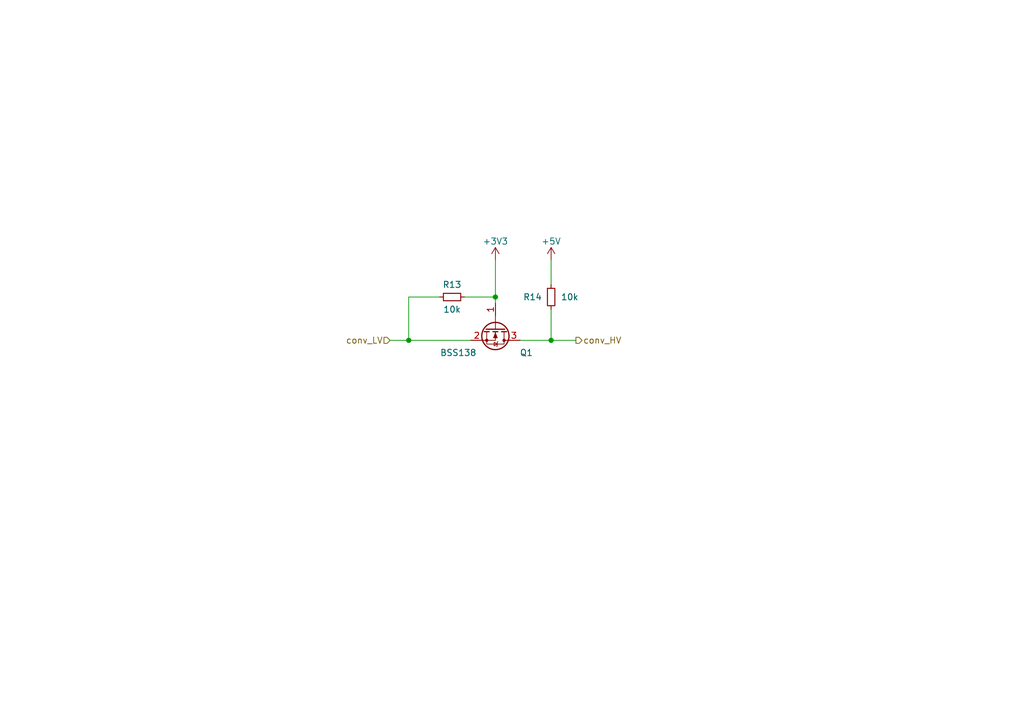
<source format=kicad_sch>
(kicad_sch (version 20211123) (generator eeschema)
  (paper "A5")
  (title_block (title "3.3 to 5v Level Converter") (date "2022-10-31") (rev "1") (comment 1 "https://www.sparkfun.com/products/12009") (comment 2 "Bi-directional logic level converter"))
  (lib_symbols
    (symbol "Device:R_Small" (pin_numbers hide) (pin_names (offset 0.254) hide)
      (property "Reference" "R" (at 0.762 0.508 0))
      (property "Value" "R_Small" (at 0.762 -1.016 0))
      (symbol "R_Small_0_1"
        (rectangle (start -0.762 1.778) (end 0.762 -1.778) (stroke (width 0.2032)))
      )
      (symbol "R_Small_1_1"
        (pin passive line (at 0 2.54 270) (length 0.762) (name "~") (number "1"))
        (pin passive line (at 0 -2.54 90) (length 0.762) (name "~") (number "2"))
      )
    )
    (symbol "Transistor_FET:BSS138" (pin_names hide)
      (property "Reference" "Q" (at 5.08 1.905 0))
      (property "Value" "BSS138" (at 5.08 0 0))
      (symbol "BSS138_0_1"
        (polyline (pts (xy 0.254 0) (xy -2.54 0)))
        (polyline (pts (xy 0.254 1.905) (xy 0.254 -1.905)) (stroke (width 0.254)))
        (polyline (pts (xy 0.762 -1.27) (xy 0.762 -2.286)) (stroke (width 0.254)))
        (polyline (pts (xy 0.762 0.508) (xy 0.762 -0.508)) (stroke (width 0.254)))
        (polyline (pts (xy 0.762 2.286) (xy 0.762 1.27)) (stroke (width 0.254)))
        (polyline (pts (xy 2.54 2.54) (xy 2.54 1.778)))
        (polyline (pts (xy 2.54 -2.54) (xy 2.54 0) (xy 0.762 0)))
        (polyline (pts (xy 0.762 -1.778) (xy 3.302 -1.778) (xy 3.302 1.778) (xy 0.762 1.778)))
        (polyline (pts (xy 1.016 0) (xy 2.032 0.381) (xy 2.032 -0.381) (xy 1.016 0)) (fill (type outline)))
        (polyline (pts (xy 2.794 0.508) (xy 2.921 0.381) (xy 3.683 0.381) (xy 3.81 0.254)))
        (polyline (pts (xy 3.302 0.381) (xy 2.921 -0.254) (xy 3.683 -0.254) (xy 3.302 0.381)))
        (circle (center 1.651 0) (radius 2.794) (stroke (width 0.254)))
        (circle (center 2.54 -1.778) (radius 0.254) (fill (type outline)))
        (circle (center 2.54 1.778) (radius 0.254) (fill (type outline)))
      )
      (symbol "BSS138_1_1"
        (pin input line (at -5.08 0 0) (length 2.54) (name "G") (number "1"))
        (pin passive line (at 2.54 -5.08 90) (length 2.54) (name "S") (number "2"))
        (pin passive line (at 2.54 5.08 270) (length 2.54) (name "D") (number "3"))
      )
    )
    (symbol "power:+3.3V" (power) (pin_names (offset 0))
      (property "Value" "+3.3V" (at 0 3.556 0))
      (symbol "+3.3V_0_1"
        (polyline (pts (xy -0.762 1.27) (xy 0 2.54)))
        (polyline (pts (xy 0 0) (xy 0 2.54)))
        (polyline (pts (xy 0 2.54) (xy 0.762 1.27)))
      )
      (symbol "+3.3V_1_1"
        (pin power_in line (at 0 0 90) (length 0) hide (name "+3V3") (number "1"))
      )
    )
    (symbol "power:+5V" (power) (pin_names (offset 0))
      (property "Value" "+5V" (at 0 3.556 0))
      (symbol "+5V_0_1"
        (polyline (pts (xy -0.762 1.27) (xy 0 2.54)))
        (polyline (pts (xy 0 0) (xy 0 2.54)))
        (polyline (pts (xy 0 2.54) (xy 0.762 1.27)))
      )
      (symbol "+5V_1_1"
        (pin power_in line (at 0 0 90) (length 0) hide (name "+5V") (number "1"))
      )
    )
  )
  (junction (at 101.6 60.96))
  (junction (at 83.82 69.85))
  (junction (at 113.03 69.85))
  (wire (pts (xy 113.03 69.85) (xy 118.11 69.85)))
  (wire (pts (xy 83.82 60.96) (xy 90.17 60.96)))
  (wire (pts (xy 113.03 53.34) (xy 113.03 58.42)))
  (wire (pts (xy 95.25 60.96) (xy 101.6 60.96)))
  (wire (pts (xy 101.6 53.34) (xy 101.6 60.96)))
  (wire (pts (xy 113.03 63.5) (xy 113.03 69.85)))
  (wire (pts (xy 83.82 69.85) (xy 96.52 69.85)))
  (wire (pts (xy 101.6 60.96) (xy 101.6 62.23)))
  (wire (pts (xy 83.82 69.85) (xy 83.82 60.96)))
  (wire (pts (xy 106.68 69.85) (xy 113.03 69.85)))
  (wire (pts (xy 80.01 69.85) (xy 83.82 69.85)))
  (hierarchical_label "conv_HV" (shape output) (at 118.11 69.85 0))
  (hierarchical_label "conv_LV" (shape input) (at 80.01 69.85 180))
  (symbol (lib_id "power:+5V") (at 113.03 53.34 0) (unit 1)
    (property "Reference" "#PWR020" (effects hide))
    (property "Value" "+5V" (at 113.03 49.53 0))
  )
  (symbol (lib_id "Device:R_Small") (at 92.71 60.96 90) (unit 1)
    (property "Reference" "R13" (at 92.71 58.42 90))
    (property "Value" "10k" (at 92.71 63.5 90))
    (property "Footprint" "Resistor_SMD:R_0603_1608Metric_Pad0.98x0.95mm_HandSolder" (effects hide))
  )
  (symbol (lib_id "Transistor_FET:BSS138") (at 101.6 67.31 270) (unit 1)
    (property "Reference" "Q1" (at 107.95 72.39 90))
    (property "Value" "BSS138" (at 93.98 72.39 90))
    (property "Footprint" "Package_TO_SOT_SMD:SOT-23" (effects hide))
    (property "Datasheet" "https://www.onsemi.com/pub/Collateral/BSS138-D.PDF" (effects hide))
  )
  (symbol (lib_id "power:+3.3V") (at 101.6 53.34 0) (unit 1)
    (property "Reference" "#PWR019" (effects hide))
    (property "Value" "+3.3V" (at 101.6 49.53 0))
  )
  (symbol (lib_id "Device:R_Small") (at 113.03 60.96 180) (unit 1)
    (property "Reference" "R14" (at 109.22 60.96 0))
    (property "Value" "10k" (at 116.84 60.96 0))
    (property "Footprint" "Resistor_SMD:R_0603_1608Metric_Pad0.98x0.95mm_HandSolder" (effects hide))
  )
)
</source>
